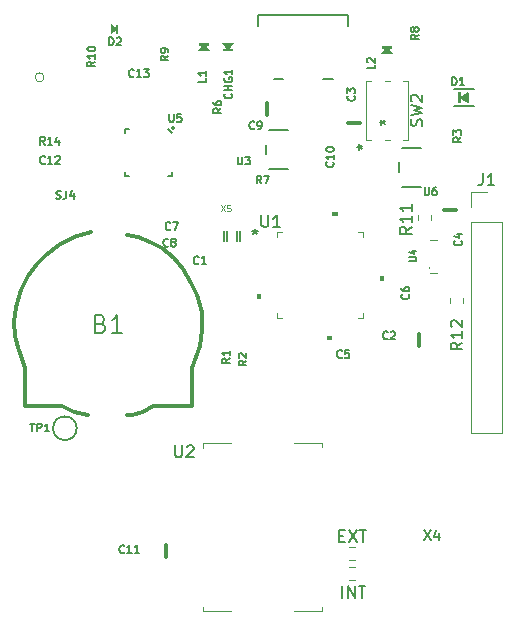
<source format=gbr>
%TF.GenerationSoftware,KiCad,Pcbnew,(6.0.1)*%
%TF.CreationDate,2022-01-27T18:06:15-06:00*%
%TF.ProjectId,dropkick,64726f70-6b69-4636-9b2e-6b696361645f,rev?*%
%TF.SameCoordinates,Original*%
%TF.FileFunction,Legend,Top*%
%TF.FilePolarity,Positive*%
%FSLAX46Y46*%
G04 Gerber Fmt 4.6, Leading zero omitted, Abs format (unit mm)*
G04 Created by KiCad (PCBNEW (6.0.1)) date 2022-01-27 18:06:15*
%MOMM*%
%LPD*%
G01*
G04 APERTURE LIST*
%ADD10C,0.200000*%
%ADD11C,0.146304*%
%ADD12C,0.150000*%
%ADD13C,0.100000*%
%ADD14C,0.182880*%
%ADD15C,0.120000*%
%ADD16C,0.304800*%
%ADD17C,0.203200*%
%ADD18C,0.127000*%
G04 APERTURE END LIST*
D10*
X93495238Y-93852380D02*
X93495238Y-92852380D01*
X93971428Y-93852380D02*
X93971428Y-92852380D01*
X94542857Y-93852380D01*
X94542857Y-92852380D01*
X94876190Y-92852380D02*
X95447619Y-92852380D01*
X95161904Y-93852380D02*
X95161904Y-92852380D01*
X93228571Y-88628571D02*
X93561904Y-88628571D01*
X93704761Y-89152380D02*
X93228571Y-89152380D01*
X93228571Y-88152380D01*
X93704761Y-88152380D01*
X94038095Y-88152380D02*
X94704761Y-89152380D01*
X94704761Y-88152380D02*
X94038095Y-89152380D01*
X94942857Y-88152380D02*
X95514285Y-88152380D01*
X95228571Y-89152380D02*
X95228571Y-88152380D01*
D11*
%TO.C,C12*%
X68308434Y-57054786D02*
X68276696Y-57086524D01*
X68181482Y-57118262D01*
X68118007Y-57118262D01*
X68022793Y-57086524D01*
X67959317Y-57023048D01*
X67927579Y-56959572D01*
X67895841Y-56832620D01*
X67895841Y-56737407D01*
X67927579Y-56610455D01*
X67959317Y-56546979D01*
X68022793Y-56483504D01*
X68118007Y-56451766D01*
X68181482Y-56451766D01*
X68276696Y-56483504D01*
X68308434Y-56515241D01*
X68943192Y-57118262D02*
X68562337Y-57118262D01*
X68752765Y-57118262D02*
X68752765Y-56451766D01*
X68689289Y-56546979D01*
X68625813Y-56610455D01*
X68562337Y-56642193D01*
X69197095Y-56515241D02*
X69228833Y-56483504D01*
X69292309Y-56451766D01*
X69450999Y-56451766D01*
X69514474Y-56483504D01*
X69546212Y-56515241D01*
X69577950Y-56578717D01*
X69577950Y-56642193D01*
X69546212Y-56737407D01*
X69165358Y-57118262D01*
X69577950Y-57118262D01*
%TO.C,CHG1*%
X84104786Y-51165358D02*
X84136524Y-51197095D01*
X84168262Y-51292309D01*
X84168262Y-51355785D01*
X84136524Y-51450999D01*
X84073048Y-51514474D01*
X84009572Y-51546212D01*
X83882620Y-51577950D01*
X83787407Y-51577950D01*
X83660455Y-51546212D01*
X83596979Y-51514474D01*
X83533504Y-51450999D01*
X83501766Y-51355785D01*
X83501766Y-51292309D01*
X83533504Y-51197095D01*
X83565241Y-51165358D01*
X84168262Y-50879716D02*
X83501766Y-50879716D01*
X83819145Y-50879716D02*
X83819145Y-50498862D01*
X84168262Y-50498862D02*
X83501766Y-50498862D01*
X83533504Y-49832366D02*
X83501766Y-49895841D01*
X83501766Y-49991055D01*
X83533504Y-50086269D01*
X83596979Y-50149745D01*
X83660455Y-50181482D01*
X83787407Y-50213220D01*
X83882620Y-50213220D01*
X84009572Y-50181482D01*
X84073048Y-50149745D01*
X84136524Y-50086269D01*
X84168262Y-49991055D01*
X84168262Y-49927579D01*
X84136524Y-49832366D01*
X84104786Y-49800628D01*
X83882620Y-49800628D01*
X83882620Y-49927579D01*
X84168262Y-49165870D02*
X84168262Y-49546724D01*
X84168262Y-49356297D02*
X83501766Y-49356297D01*
X83596979Y-49419773D01*
X83660455Y-49483249D01*
X83692193Y-49546724D01*
%TO.C,R2*%
X85372562Y-73779358D02*
X85055183Y-74001523D01*
X85372562Y-74160212D02*
X84706066Y-74160212D01*
X84706066Y-73906309D01*
X84737804Y-73842833D01*
X84769541Y-73811095D01*
X84833017Y-73779358D01*
X84928231Y-73779358D01*
X84991707Y-73811095D01*
X85023445Y-73842833D01*
X85055183Y-73906309D01*
X85055183Y-74160212D01*
X84769541Y-73525454D02*
X84737804Y-73493716D01*
X84706066Y-73430241D01*
X84706066Y-73271551D01*
X84737804Y-73208075D01*
X84769541Y-73176337D01*
X84833017Y-73144599D01*
X84896493Y-73144599D01*
X84991707Y-73176337D01*
X85372562Y-73557192D01*
X85372562Y-73144599D01*
D12*
%TO.C,SW2*%
X100226761Y-53911333D02*
X100274380Y-53768476D01*
X100274380Y-53530380D01*
X100226761Y-53435142D01*
X100179142Y-53387523D01*
X100083904Y-53339904D01*
X99988666Y-53339904D01*
X99893428Y-53387523D01*
X99845809Y-53435142D01*
X99798190Y-53530380D01*
X99750571Y-53720857D01*
X99702952Y-53816095D01*
X99655333Y-53863714D01*
X99560095Y-53911333D01*
X99464857Y-53911333D01*
X99369619Y-53863714D01*
X99322000Y-53816095D01*
X99274380Y-53720857D01*
X99274380Y-53482761D01*
X99322000Y-53339904D01*
X99274380Y-53006571D02*
X100274380Y-52768476D01*
X99560095Y-52578000D01*
X100274380Y-52387523D01*
X99274380Y-52149428D01*
X99369619Y-51816095D02*
X99322000Y-51768476D01*
X99274380Y-51673238D01*
X99274380Y-51435142D01*
X99322000Y-51339904D01*
X99369619Y-51292285D01*
X99464857Y-51244666D01*
X99560095Y-51244666D01*
X99702952Y-51292285D01*
X100274380Y-51863714D01*
X100274380Y-51244666D01*
X96652380Y-53600000D02*
X96890476Y-53600000D01*
X96795238Y-53838095D02*
X96890476Y-53600000D01*
X96795238Y-53361904D01*
X97080952Y-53742857D02*
X96890476Y-53600000D01*
X97080952Y-53457142D01*
X94753380Y-55707500D02*
X94991476Y-55707500D01*
X94896238Y-55945595D02*
X94991476Y-55707500D01*
X94896238Y-55469404D01*
X95181952Y-55850357D02*
X94991476Y-55707500D01*
X95181952Y-55564642D01*
D11*
%TO.C,C2*%
X97334641Y-71904786D02*
X97302904Y-71936524D01*
X97207690Y-71968262D01*
X97144214Y-71968262D01*
X97049000Y-71936524D01*
X96985525Y-71873048D01*
X96953787Y-71809572D01*
X96922049Y-71682620D01*
X96922049Y-71587407D01*
X96953787Y-71460455D01*
X96985525Y-71396979D01*
X97049000Y-71333504D01*
X97144214Y-71301766D01*
X97207690Y-71301766D01*
X97302904Y-71333504D01*
X97334641Y-71365241D01*
X97588545Y-71365241D02*
X97620283Y-71333504D01*
X97683758Y-71301766D01*
X97842448Y-71301766D01*
X97905924Y-71333504D01*
X97937662Y-71365241D01*
X97969400Y-71428717D01*
X97969400Y-71492193D01*
X97937662Y-71587407D01*
X97556807Y-71968262D01*
X97969400Y-71968262D01*
%TO.C,C7*%
X78936941Y-62650786D02*
X78905204Y-62682524D01*
X78809990Y-62714262D01*
X78746514Y-62714262D01*
X78651300Y-62682524D01*
X78587825Y-62619048D01*
X78556087Y-62555572D01*
X78524349Y-62428620D01*
X78524349Y-62333407D01*
X78556087Y-62206455D01*
X78587825Y-62142979D01*
X78651300Y-62079504D01*
X78746514Y-62047766D01*
X78809990Y-62047766D01*
X78905204Y-62079504D01*
X78936941Y-62111241D01*
X79159107Y-62047766D02*
X79603437Y-62047766D01*
X79317796Y-62714262D01*
D12*
%TO.C,R11*%
X99352380Y-62442857D02*
X98876190Y-62776190D01*
X99352380Y-63014285D02*
X98352380Y-63014285D01*
X98352380Y-62633333D01*
X98400000Y-62538095D01*
X98447619Y-62490476D01*
X98542857Y-62442857D01*
X98685714Y-62442857D01*
X98780952Y-62490476D01*
X98828571Y-62538095D01*
X98876190Y-62633333D01*
X98876190Y-63014285D01*
X99352380Y-61490476D02*
X99352380Y-62061904D01*
X99352380Y-61776190D02*
X98352380Y-61776190D01*
X98495238Y-61871428D01*
X98590476Y-61966666D01*
X98638095Y-62061904D01*
X99352380Y-60538095D02*
X99352380Y-61109523D01*
X99352380Y-60823809D02*
X98352380Y-60823809D01*
X98495238Y-60919047D01*
X98590476Y-61014285D01*
X98638095Y-61109523D01*
D11*
%TO.C,C10*%
X92704786Y-56965358D02*
X92736524Y-56997095D01*
X92768262Y-57092309D01*
X92768262Y-57155785D01*
X92736524Y-57250999D01*
X92673048Y-57314474D01*
X92609572Y-57346212D01*
X92482620Y-57377950D01*
X92387407Y-57377950D01*
X92260455Y-57346212D01*
X92196979Y-57314474D01*
X92133504Y-57250999D01*
X92101766Y-57155785D01*
X92101766Y-57092309D01*
X92133504Y-56997095D01*
X92165241Y-56965358D01*
X92768262Y-56330599D02*
X92768262Y-56711454D01*
X92768262Y-56521027D02*
X92101766Y-56521027D01*
X92196979Y-56584503D01*
X92260455Y-56647978D01*
X92292193Y-56711454D01*
X92101766Y-55918007D02*
X92101766Y-55854531D01*
X92133504Y-55791055D01*
X92165241Y-55759317D01*
X92228717Y-55727579D01*
X92355669Y-55695841D01*
X92514358Y-55695841D01*
X92641310Y-55727579D01*
X92704786Y-55759317D01*
X92736524Y-55791055D01*
X92768262Y-55854531D01*
X92768262Y-55918007D01*
X92736524Y-55981482D01*
X92704786Y-56013220D01*
X92641310Y-56044958D01*
X92514358Y-56076696D01*
X92355669Y-56076696D01*
X92228717Y-56044958D01*
X92165241Y-56013220D01*
X92133504Y-55981482D01*
X92101766Y-55918007D01*
%TO.C,C8*%
X78736941Y-64050786D02*
X78705204Y-64082524D01*
X78609990Y-64114262D01*
X78546514Y-64114262D01*
X78451300Y-64082524D01*
X78387825Y-64019048D01*
X78356087Y-63955572D01*
X78324349Y-63828620D01*
X78324349Y-63733407D01*
X78356087Y-63606455D01*
X78387825Y-63542979D01*
X78451300Y-63479504D01*
X78546514Y-63447766D01*
X78609990Y-63447766D01*
X78705204Y-63479504D01*
X78736941Y-63511241D01*
X79117796Y-63733407D02*
X79054321Y-63701669D01*
X79022583Y-63669931D01*
X78990845Y-63606455D01*
X78990845Y-63574717D01*
X79022583Y-63511241D01*
X79054321Y-63479504D01*
X79117796Y-63447766D01*
X79244748Y-63447766D01*
X79308224Y-63479504D01*
X79339962Y-63511241D01*
X79371700Y-63574717D01*
X79371700Y-63606455D01*
X79339962Y-63669931D01*
X79308224Y-63701669D01*
X79244748Y-63733407D01*
X79117796Y-63733407D01*
X79054321Y-63765145D01*
X79022583Y-63796883D01*
X78990845Y-63860358D01*
X78990845Y-63987310D01*
X79022583Y-64050786D01*
X79054321Y-64082524D01*
X79117796Y-64114262D01*
X79244748Y-64114262D01*
X79308224Y-64082524D01*
X79339962Y-64050786D01*
X79371700Y-63987310D01*
X79371700Y-63860358D01*
X79339962Y-63796883D01*
X79308224Y-63765145D01*
X79244748Y-63733407D01*
%TO.C,L2*%
X96234262Y-48704833D02*
X96234262Y-49022212D01*
X95567766Y-49022212D01*
X95631241Y-48514406D02*
X95599504Y-48482668D01*
X95567766Y-48419192D01*
X95567766Y-48260503D01*
X95599504Y-48197027D01*
X95631241Y-48165289D01*
X95694717Y-48133551D01*
X95758193Y-48133551D01*
X95853407Y-48165289D01*
X96234262Y-48546144D01*
X96234262Y-48133551D01*
D12*
%TO.C,R12*%
X103652380Y-72242857D02*
X103176190Y-72576190D01*
X103652380Y-72814285D02*
X102652380Y-72814285D01*
X102652380Y-72433333D01*
X102700000Y-72338095D01*
X102747619Y-72290476D01*
X102842857Y-72242857D01*
X102985714Y-72242857D01*
X103080952Y-72290476D01*
X103128571Y-72338095D01*
X103176190Y-72433333D01*
X103176190Y-72814285D01*
X103652380Y-71290476D02*
X103652380Y-71861904D01*
X103652380Y-71576190D02*
X102652380Y-71576190D01*
X102795238Y-71671428D01*
X102890476Y-71766666D01*
X102938095Y-71861904D01*
X102747619Y-70909523D02*
X102700000Y-70861904D01*
X102652380Y-70766666D01*
X102652380Y-70528571D01*
X102700000Y-70433333D01*
X102747619Y-70385714D01*
X102842857Y-70338095D01*
X102938095Y-70338095D01*
X103080952Y-70385714D01*
X103652380Y-70957142D01*
X103652380Y-70338095D01*
D11*
%TO.C,R7*%
X86634641Y-58768262D02*
X86412476Y-58450883D01*
X86253787Y-58768262D02*
X86253787Y-58101766D01*
X86507690Y-58101766D01*
X86571166Y-58133504D01*
X86602904Y-58165241D01*
X86634641Y-58228717D01*
X86634641Y-58323931D01*
X86602904Y-58387407D01*
X86571166Y-58419145D01*
X86507690Y-58450883D01*
X86253787Y-58450883D01*
X86856807Y-58101766D02*
X87301137Y-58101766D01*
X87015496Y-58768262D01*
%TO.C,C4*%
X103554786Y-63615358D02*
X103586524Y-63647095D01*
X103618262Y-63742309D01*
X103618262Y-63805785D01*
X103586524Y-63900999D01*
X103523048Y-63964474D01*
X103459572Y-63996212D01*
X103332620Y-64027950D01*
X103237407Y-64027950D01*
X103110455Y-63996212D01*
X103046979Y-63964474D01*
X102983504Y-63900999D01*
X102951766Y-63805785D01*
X102951766Y-63742309D01*
X102983504Y-63647095D01*
X103015241Y-63615358D01*
X103173931Y-63044075D02*
X103618262Y-63044075D01*
X102920028Y-63202765D02*
X103396096Y-63361454D01*
X103396096Y-62948862D01*
D12*
%TO.C,U2*%
X79338095Y-80952380D02*
X79338095Y-81761904D01*
X79385714Y-81857142D01*
X79433333Y-81904761D01*
X79528571Y-81952380D01*
X79719047Y-81952380D01*
X79814285Y-81904761D01*
X79861904Y-81857142D01*
X79909523Y-81761904D01*
X79909523Y-80952380D01*
X80338095Y-81047619D02*
X80385714Y-81000000D01*
X80480952Y-80952380D01*
X80719047Y-80952380D01*
X80814285Y-81000000D01*
X80861904Y-81047619D01*
X80909523Y-81142857D01*
X80909523Y-81238095D01*
X80861904Y-81380952D01*
X80290476Y-81952380D01*
X80909523Y-81952380D01*
D11*
%TO.C,TP1*%
X67058573Y-79101766D02*
X67439428Y-79101766D01*
X67249000Y-79768262D02*
X67249000Y-79101766D01*
X67661593Y-79768262D02*
X67661593Y-79101766D01*
X67915496Y-79101766D01*
X67978972Y-79133504D01*
X68010710Y-79165241D01*
X68042448Y-79228717D01*
X68042448Y-79323931D01*
X68010710Y-79387407D01*
X67978972Y-79419145D01*
X67915496Y-79450883D01*
X67661593Y-79450883D01*
X68677206Y-79768262D02*
X68296351Y-79768262D01*
X68486779Y-79768262D02*
X68486779Y-79101766D01*
X68423303Y-79196979D01*
X68359827Y-79260455D01*
X68296351Y-79292193D01*
%TO.C,R8*%
X99968262Y-46165358D02*
X99650883Y-46387523D01*
X99968262Y-46546212D02*
X99301766Y-46546212D01*
X99301766Y-46292309D01*
X99333504Y-46228833D01*
X99365241Y-46197095D01*
X99428717Y-46165358D01*
X99523931Y-46165358D01*
X99587407Y-46197095D01*
X99619145Y-46228833D01*
X99650883Y-46292309D01*
X99650883Y-46546212D01*
X99587407Y-45784503D02*
X99555669Y-45847978D01*
X99523931Y-45879716D01*
X99460455Y-45911454D01*
X99428717Y-45911454D01*
X99365241Y-45879716D01*
X99333504Y-45847978D01*
X99301766Y-45784503D01*
X99301766Y-45657551D01*
X99333504Y-45594075D01*
X99365241Y-45562337D01*
X99428717Y-45530599D01*
X99460455Y-45530599D01*
X99523931Y-45562337D01*
X99555669Y-45594075D01*
X99587407Y-45657551D01*
X99587407Y-45784503D01*
X99619145Y-45847978D01*
X99650883Y-45879716D01*
X99714358Y-45911454D01*
X99841310Y-45911454D01*
X99904786Y-45879716D01*
X99936524Y-45847978D01*
X99968262Y-45784503D01*
X99968262Y-45657551D01*
X99936524Y-45594075D01*
X99904786Y-45562337D01*
X99841310Y-45530599D01*
X99714358Y-45530599D01*
X99650883Y-45562337D01*
X99619145Y-45594075D01*
X99587407Y-45657551D01*
%TO.C,C5*%
X93462641Y-73481786D02*
X93430904Y-73513524D01*
X93335690Y-73545262D01*
X93272214Y-73545262D01*
X93177000Y-73513524D01*
X93113525Y-73450048D01*
X93081787Y-73386572D01*
X93050049Y-73259620D01*
X93050049Y-73164407D01*
X93081787Y-73037455D01*
X93113525Y-72973979D01*
X93177000Y-72910504D01*
X93272214Y-72878766D01*
X93335690Y-72878766D01*
X93430904Y-72910504D01*
X93462641Y-72942241D01*
X94065662Y-72878766D02*
X93748283Y-72878766D01*
X93716545Y-73196145D01*
X93748283Y-73164407D01*
X93811758Y-73132669D01*
X93970448Y-73132669D01*
X94033924Y-73164407D01*
X94065662Y-73196145D01*
X94097400Y-73259620D01*
X94097400Y-73418310D01*
X94065662Y-73481786D01*
X94033924Y-73513524D01*
X93970448Y-73545262D01*
X93811758Y-73545262D01*
X93748283Y-73513524D01*
X93716545Y-73481786D01*
%TO.C,R1*%
X83972562Y-73579358D02*
X83655183Y-73801523D01*
X83972562Y-73960212D02*
X83306066Y-73960212D01*
X83306066Y-73706309D01*
X83337804Y-73642833D01*
X83369541Y-73611095D01*
X83433017Y-73579358D01*
X83528231Y-73579358D01*
X83591707Y-73611095D01*
X83623445Y-73642833D01*
X83655183Y-73706309D01*
X83655183Y-73960212D01*
X83972562Y-72944599D02*
X83972562Y-73325454D01*
X83972562Y-73135027D02*
X83306066Y-73135027D01*
X83401279Y-73198503D01*
X83464755Y-73261978D01*
X83496493Y-73325454D01*
D13*
%TO.C,X5*%
X83238728Y-60622190D02*
X83572061Y-61122190D01*
X83572061Y-60622190D02*
X83238728Y-61122190D01*
X84000633Y-60622190D02*
X83762538Y-60622190D01*
X83738728Y-60860285D01*
X83762538Y-60836476D01*
X83810157Y-60812666D01*
X83929204Y-60812666D01*
X83976823Y-60836476D01*
X84000633Y-60860285D01*
X84024442Y-60907904D01*
X84024442Y-61026952D01*
X84000633Y-61074571D01*
X83976823Y-61098380D01*
X83929204Y-61122190D01*
X83810157Y-61122190D01*
X83762538Y-61098380D01*
X83738728Y-61074571D01*
D11*
%TO.C,R10*%
X72568262Y-48465358D02*
X72250883Y-48687523D01*
X72568262Y-48846212D02*
X71901766Y-48846212D01*
X71901766Y-48592309D01*
X71933504Y-48528833D01*
X71965241Y-48497095D01*
X72028717Y-48465358D01*
X72123931Y-48465358D01*
X72187407Y-48497095D01*
X72219145Y-48528833D01*
X72250883Y-48592309D01*
X72250883Y-48846212D01*
X72568262Y-47830599D02*
X72568262Y-48211454D01*
X72568262Y-48021027D02*
X71901766Y-48021027D01*
X71996979Y-48084503D01*
X72060455Y-48147978D01*
X72092193Y-48211454D01*
X71901766Y-47418007D02*
X71901766Y-47354531D01*
X71933504Y-47291055D01*
X71965241Y-47259317D01*
X72028717Y-47227579D01*
X72155669Y-47195841D01*
X72314358Y-47195841D01*
X72441310Y-47227579D01*
X72504786Y-47259317D01*
X72536524Y-47291055D01*
X72568262Y-47354531D01*
X72568262Y-47418007D01*
X72536524Y-47481482D01*
X72504786Y-47513220D01*
X72441310Y-47544958D01*
X72314358Y-47576696D01*
X72155669Y-47576696D01*
X72028717Y-47544958D01*
X71965241Y-47513220D01*
X71933504Y-47481482D01*
X71901766Y-47418007D01*
%TO.C,U6*%
X100453787Y-59101766D02*
X100453787Y-59641310D01*
X100485525Y-59704786D01*
X100517262Y-59736524D01*
X100580738Y-59768262D01*
X100707690Y-59768262D01*
X100771166Y-59736524D01*
X100802904Y-59704786D01*
X100834641Y-59641310D01*
X100834641Y-59101766D01*
X101437662Y-59101766D02*
X101310710Y-59101766D01*
X101247234Y-59133504D01*
X101215496Y-59165241D01*
X101152021Y-59260455D01*
X101120283Y-59387407D01*
X101120283Y-59641310D01*
X101152021Y-59704786D01*
X101183758Y-59736524D01*
X101247234Y-59768262D01*
X101374186Y-59768262D01*
X101437662Y-59736524D01*
X101469400Y-59704786D01*
X101501137Y-59641310D01*
X101501137Y-59482620D01*
X101469400Y-59419145D01*
X101437662Y-59387407D01*
X101374186Y-59355669D01*
X101247234Y-59355669D01*
X101183758Y-59387407D01*
X101152021Y-59419145D01*
X101120283Y-59482620D01*
%TO.C,C3*%
X94519786Y-51365358D02*
X94551524Y-51397095D01*
X94583262Y-51492309D01*
X94583262Y-51555785D01*
X94551524Y-51650999D01*
X94488048Y-51714474D01*
X94424572Y-51746212D01*
X94297620Y-51777950D01*
X94202407Y-51777950D01*
X94075455Y-51746212D01*
X94011979Y-51714474D01*
X93948504Y-51650999D01*
X93916766Y-51555785D01*
X93916766Y-51492309D01*
X93948504Y-51397095D01*
X93980241Y-51365358D01*
X93916766Y-51143192D02*
X93916766Y-50730599D01*
X94170669Y-50952765D01*
X94170669Y-50857551D01*
X94202407Y-50794075D01*
X94234145Y-50762337D01*
X94297620Y-50730599D01*
X94456310Y-50730599D01*
X94519786Y-50762337D01*
X94551524Y-50794075D01*
X94583262Y-50857551D01*
X94583262Y-51047978D01*
X94551524Y-51111454D01*
X94519786Y-51143192D01*
D14*
%TO.C,X4*%
X100413249Y-88127207D02*
X100968663Y-88960327D01*
X100968663Y-88127207D02*
X100413249Y-88960327D01*
X101643093Y-88404914D02*
X101643093Y-88960327D01*
X101444731Y-88087535D02*
X101246369Y-88682620D01*
X101762110Y-88682620D01*
D11*
%TO.C,C13*%
X75834641Y-49704786D02*
X75802904Y-49736524D01*
X75707690Y-49768262D01*
X75644214Y-49768262D01*
X75549000Y-49736524D01*
X75485525Y-49673048D01*
X75453787Y-49609572D01*
X75422049Y-49482620D01*
X75422049Y-49387407D01*
X75453787Y-49260455D01*
X75485525Y-49196979D01*
X75549000Y-49133504D01*
X75644214Y-49101766D01*
X75707690Y-49101766D01*
X75802904Y-49133504D01*
X75834641Y-49165241D01*
X76469400Y-49768262D02*
X76088545Y-49768262D01*
X76278972Y-49768262D02*
X76278972Y-49101766D01*
X76215496Y-49196979D01*
X76152021Y-49260455D01*
X76088545Y-49292193D01*
X76691565Y-49101766D02*
X77104158Y-49101766D01*
X76881992Y-49355669D01*
X76977206Y-49355669D01*
X77040682Y-49387407D01*
X77072420Y-49419145D01*
X77104158Y-49482620D01*
X77104158Y-49641310D01*
X77072420Y-49704786D01*
X77040682Y-49736524D01*
X76977206Y-49768262D01*
X76786779Y-49768262D01*
X76723303Y-49736524D01*
X76691565Y-49704786D01*
%TO.C,C9*%
X86034641Y-54104786D02*
X86002904Y-54136524D01*
X85907690Y-54168262D01*
X85844214Y-54168262D01*
X85749000Y-54136524D01*
X85685525Y-54073048D01*
X85653787Y-54009572D01*
X85622049Y-53882620D01*
X85622049Y-53787407D01*
X85653787Y-53660455D01*
X85685525Y-53596979D01*
X85749000Y-53533504D01*
X85844214Y-53501766D01*
X85907690Y-53501766D01*
X86002904Y-53533504D01*
X86034641Y-53565241D01*
X86352021Y-54168262D02*
X86478972Y-54168262D01*
X86542448Y-54136524D01*
X86574186Y-54104786D01*
X86637662Y-54009572D01*
X86669400Y-53882620D01*
X86669400Y-53628717D01*
X86637662Y-53565241D01*
X86605924Y-53533504D01*
X86542448Y-53501766D01*
X86415496Y-53501766D01*
X86352021Y-53533504D01*
X86320283Y-53565241D01*
X86288545Y-53628717D01*
X86288545Y-53787407D01*
X86320283Y-53850883D01*
X86352021Y-53882620D01*
X86415496Y-53914358D01*
X86542448Y-53914358D01*
X86605924Y-53882620D01*
X86637662Y-53850883D01*
X86669400Y-53787407D01*
%TO.C,D2*%
X73753787Y-47068262D02*
X73753787Y-46401766D01*
X73912476Y-46401766D01*
X74007690Y-46433504D01*
X74071166Y-46496979D01*
X74102904Y-46560455D01*
X74134641Y-46687407D01*
X74134641Y-46782620D01*
X74102904Y-46909572D01*
X74071166Y-46973048D01*
X74007690Y-47036524D01*
X73912476Y-47068262D01*
X73753787Y-47068262D01*
X74388545Y-46465241D02*
X74420283Y-46433504D01*
X74483758Y-46401766D01*
X74642448Y-46401766D01*
X74705924Y-46433504D01*
X74737662Y-46465241D01*
X74769400Y-46528717D01*
X74769400Y-46592193D01*
X74737662Y-46687407D01*
X74356807Y-47068262D01*
X74769400Y-47068262D01*
%TO.C,R6*%
X83248262Y-52409358D02*
X82930883Y-52631523D01*
X83248262Y-52790212D02*
X82581766Y-52790212D01*
X82581766Y-52536309D01*
X82613504Y-52472833D01*
X82645241Y-52441095D01*
X82708717Y-52409358D01*
X82803931Y-52409358D01*
X82867407Y-52441095D01*
X82899145Y-52472833D01*
X82930883Y-52536309D01*
X82930883Y-52790212D01*
X82581766Y-51838075D02*
X82581766Y-51965027D01*
X82613504Y-52028503D01*
X82645241Y-52060241D01*
X82740455Y-52123716D01*
X82867407Y-52155454D01*
X83121310Y-52155454D01*
X83184786Y-52123716D01*
X83216524Y-52091978D01*
X83248262Y-52028503D01*
X83248262Y-51901551D01*
X83216524Y-51838075D01*
X83184786Y-51806337D01*
X83121310Y-51774599D01*
X82962620Y-51774599D01*
X82899145Y-51806337D01*
X82867407Y-51838075D01*
X82835669Y-51901551D01*
X82835669Y-52028503D01*
X82867407Y-52091978D01*
X82899145Y-52123716D01*
X82962620Y-52155454D01*
%TO.C,C1*%
X81314941Y-65536786D02*
X81283204Y-65568524D01*
X81187990Y-65600262D01*
X81124514Y-65600262D01*
X81029300Y-65568524D01*
X80965825Y-65505048D01*
X80934087Y-65441572D01*
X80902349Y-65314620D01*
X80902349Y-65219407D01*
X80934087Y-65092455D01*
X80965825Y-65028979D01*
X81029300Y-64965504D01*
X81124514Y-64933766D01*
X81187990Y-64933766D01*
X81283204Y-64965504D01*
X81314941Y-64997241D01*
X81949700Y-65600262D02*
X81568845Y-65600262D01*
X81759272Y-65600262D02*
X81759272Y-64933766D01*
X81695796Y-65028979D01*
X81632321Y-65092455D01*
X81568845Y-65124193D01*
%TO.C,D1*%
X102783787Y-50452262D02*
X102783787Y-49785766D01*
X102942476Y-49785766D01*
X103037690Y-49817504D01*
X103101166Y-49880979D01*
X103132904Y-49944455D01*
X103164641Y-50071407D01*
X103164641Y-50166620D01*
X103132904Y-50293572D01*
X103101166Y-50357048D01*
X103037690Y-50420524D01*
X102942476Y-50452262D01*
X102783787Y-50452262D01*
X103799400Y-50452262D02*
X103418545Y-50452262D01*
X103608972Y-50452262D02*
X103608972Y-49785766D01*
X103545496Y-49880979D01*
X103482021Y-49944455D01*
X103418545Y-49976193D01*
%TO.C,R9*%
X78768262Y-47965358D02*
X78450883Y-48187523D01*
X78768262Y-48346212D02*
X78101766Y-48346212D01*
X78101766Y-48092309D01*
X78133504Y-48028833D01*
X78165241Y-47997095D01*
X78228717Y-47965358D01*
X78323931Y-47965358D01*
X78387407Y-47997095D01*
X78419145Y-48028833D01*
X78450883Y-48092309D01*
X78450883Y-48346212D01*
X78768262Y-47647978D02*
X78768262Y-47521027D01*
X78736524Y-47457551D01*
X78704786Y-47425813D01*
X78609572Y-47362337D01*
X78482620Y-47330599D01*
X78228717Y-47330599D01*
X78165241Y-47362337D01*
X78133504Y-47394075D01*
X78101766Y-47457551D01*
X78101766Y-47584503D01*
X78133504Y-47647978D01*
X78165241Y-47679716D01*
X78228717Y-47711454D01*
X78387407Y-47711454D01*
X78450883Y-47679716D01*
X78482620Y-47647978D01*
X78514358Y-47584503D01*
X78514358Y-47457551D01*
X78482620Y-47394075D01*
X78450883Y-47362337D01*
X78387407Y-47330599D01*
%TO.C,C11*%
X75008434Y-90004786D02*
X74976696Y-90036524D01*
X74881482Y-90068262D01*
X74818007Y-90068262D01*
X74722793Y-90036524D01*
X74659317Y-89973048D01*
X74627579Y-89909572D01*
X74595841Y-89782620D01*
X74595841Y-89687407D01*
X74627579Y-89560455D01*
X74659317Y-89496979D01*
X74722793Y-89433504D01*
X74818007Y-89401766D01*
X74881482Y-89401766D01*
X74976696Y-89433504D01*
X75008434Y-89465241D01*
X75643192Y-90068262D02*
X75262337Y-90068262D01*
X75452765Y-90068262D02*
X75452765Y-89401766D01*
X75389289Y-89496979D01*
X75325813Y-89560455D01*
X75262337Y-89592193D01*
X76277950Y-90068262D02*
X75897095Y-90068262D01*
X76087523Y-90068262D02*
X76087523Y-89401766D01*
X76024047Y-89496979D01*
X75960571Y-89560455D01*
X75897095Y-89592193D01*
D10*
%TO.C,B1*%
X73049142Y-70646857D02*
X73263428Y-70718285D01*
X73334857Y-70789714D01*
X73406285Y-70932571D01*
X73406285Y-71146857D01*
X73334857Y-71289714D01*
X73263428Y-71361142D01*
X73120571Y-71432571D01*
X72549142Y-71432571D01*
X72549142Y-69932571D01*
X73049142Y-69932571D01*
X73192000Y-70004000D01*
X73263428Y-70075428D01*
X73334857Y-70218285D01*
X73334857Y-70361142D01*
X73263428Y-70504000D01*
X73192000Y-70575428D01*
X73049142Y-70646857D01*
X72549142Y-70646857D01*
X74834857Y-71432571D02*
X73977714Y-71432571D01*
X74406285Y-71432571D02*
X74406285Y-69932571D01*
X74263428Y-70146857D01*
X74120571Y-70289714D01*
X73977714Y-70361142D01*
D11*
%TO.C,U5*%
X78830599Y-52901766D02*
X78830599Y-53441310D01*
X78862337Y-53504786D01*
X78894075Y-53536524D01*
X78957551Y-53568262D01*
X79084503Y-53568262D01*
X79147978Y-53536524D01*
X79179716Y-53504786D01*
X79211454Y-53441310D01*
X79211454Y-52901766D01*
X79846212Y-52901766D02*
X79528833Y-52901766D01*
X79497095Y-53219145D01*
X79528833Y-53187407D01*
X79592309Y-53155669D01*
X79750999Y-53155669D01*
X79814474Y-53187407D01*
X79846212Y-53219145D01*
X79877950Y-53282620D01*
X79877950Y-53441310D01*
X79846212Y-53504786D01*
X79814474Y-53536524D01*
X79750999Y-53568262D01*
X79592309Y-53568262D01*
X79528833Y-53536524D01*
X79497095Y-53504786D01*
%TO.C,R14*%
X68308434Y-55518262D02*
X68086269Y-55200883D01*
X67927579Y-55518262D02*
X67927579Y-54851766D01*
X68181482Y-54851766D01*
X68244958Y-54883504D01*
X68276696Y-54915241D01*
X68308434Y-54978717D01*
X68308434Y-55073931D01*
X68276696Y-55137407D01*
X68244958Y-55169145D01*
X68181482Y-55200883D01*
X67927579Y-55200883D01*
X68943192Y-55518262D02*
X68562337Y-55518262D01*
X68752765Y-55518262D02*
X68752765Y-54851766D01*
X68689289Y-54946979D01*
X68625813Y-55010455D01*
X68562337Y-55042193D01*
X69514474Y-55073931D02*
X69514474Y-55518262D01*
X69355785Y-54820028D02*
X69197095Y-55296096D01*
X69609688Y-55296096D01*
D12*
%TO.C,U1*%
X86642395Y-61466380D02*
X86642395Y-62275904D01*
X86690014Y-62371142D01*
X86737633Y-62418761D01*
X86832871Y-62466380D01*
X87023347Y-62466380D01*
X87118585Y-62418761D01*
X87166204Y-62371142D01*
X87213823Y-62275904D01*
X87213823Y-61466380D01*
X88213823Y-62466380D02*
X87642395Y-62466380D01*
X87928109Y-62466380D02*
X87928109Y-61466380D01*
X87832871Y-61609238D01*
X87737633Y-61704476D01*
X87642395Y-61752095D01*
X86113600Y-62621380D02*
X86113600Y-62859476D01*
X85875504Y-62764238D02*
X86113600Y-62859476D01*
X86351695Y-62764238D01*
X85970742Y-63049952D02*
X86113600Y-62859476D01*
X86256457Y-63049952D01*
D11*
%TO.C,L1*%
X81968262Y-49828833D02*
X81968262Y-50146212D01*
X81301766Y-50146212D01*
X81968262Y-49257551D02*
X81968262Y-49638406D01*
X81968262Y-49447978D02*
X81301766Y-49447978D01*
X81396979Y-49511454D01*
X81460455Y-49574930D01*
X81492193Y-49638406D01*
%TO.C,R3*%
X103568262Y-54858358D02*
X103250883Y-55080523D01*
X103568262Y-55239212D02*
X102901766Y-55239212D01*
X102901766Y-54985309D01*
X102933504Y-54921833D01*
X102965241Y-54890095D01*
X103028717Y-54858358D01*
X103123931Y-54858358D01*
X103187407Y-54890095D01*
X103219145Y-54921833D01*
X103250883Y-54985309D01*
X103250883Y-55239212D01*
X102901766Y-54636192D02*
X102901766Y-54223599D01*
X103155669Y-54445765D01*
X103155669Y-54350551D01*
X103187407Y-54287075D01*
X103219145Y-54255337D01*
X103282620Y-54223599D01*
X103441310Y-54223599D01*
X103504786Y-54255337D01*
X103536524Y-54287075D01*
X103568262Y-54350551D01*
X103568262Y-54540978D01*
X103536524Y-54604454D01*
X103504786Y-54636192D01*
D12*
%TO.C,J1*%
X105366666Y-57922380D02*
X105366666Y-58636666D01*
X105319047Y-58779523D01*
X105223809Y-58874761D01*
X105080952Y-58922380D01*
X104985714Y-58922380D01*
X106366666Y-58922380D02*
X105795238Y-58922380D01*
X106080952Y-58922380D02*
X106080952Y-57922380D01*
X105985714Y-58065238D01*
X105890476Y-58160476D01*
X105795238Y-58208095D01*
D11*
%TO.C,SJ4*%
X69272049Y-60036524D02*
X69367262Y-60068262D01*
X69525952Y-60068262D01*
X69589428Y-60036524D01*
X69621166Y-60004786D01*
X69652904Y-59941310D01*
X69652904Y-59877834D01*
X69621166Y-59814358D01*
X69589428Y-59782620D01*
X69525952Y-59750883D01*
X69399000Y-59719145D01*
X69335525Y-59687407D01*
X69303787Y-59655669D01*
X69272049Y-59592193D01*
X69272049Y-59528717D01*
X69303787Y-59465241D01*
X69335525Y-59433504D01*
X69399000Y-59401766D01*
X69557690Y-59401766D01*
X69652904Y-59433504D01*
X70128972Y-59401766D02*
X70128972Y-59877834D01*
X70097234Y-59973048D01*
X70033758Y-60036524D01*
X69938545Y-60068262D01*
X69875069Y-60068262D01*
X70731992Y-59623931D02*
X70731992Y-60068262D01*
X70573303Y-59370028D02*
X70414613Y-59846096D01*
X70827206Y-59846096D01*
%TO.C,U3*%
X84653787Y-56501766D02*
X84653787Y-57041310D01*
X84685525Y-57104786D01*
X84717262Y-57136524D01*
X84780738Y-57168262D01*
X84907690Y-57168262D01*
X84971166Y-57136524D01*
X85002904Y-57104786D01*
X85034641Y-57041310D01*
X85034641Y-56501766D01*
X85288545Y-56501766D02*
X85701137Y-56501766D01*
X85478972Y-56755669D01*
X85574186Y-56755669D01*
X85637662Y-56787407D01*
X85669400Y-56819145D01*
X85701137Y-56882620D01*
X85701137Y-57041310D01*
X85669400Y-57104786D01*
X85637662Y-57136524D01*
X85574186Y-57168262D01*
X85383758Y-57168262D01*
X85320283Y-57136524D01*
X85288545Y-57104786D01*
D12*
%TO.C,U4*%
X99171428Y-65357142D02*
X99657142Y-65357142D01*
X99714285Y-65328571D01*
X99742857Y-65300000D01*
X99771428Y-65242857D01*
X99771428Y-65128571D01*
X99742857Y-65071428D01*
X99714285Y-65042857D01*
X99657142Y-65014285D01*
X99171428Y-65014285D01*
X99371428Y-64471428D02*
X99771428Y-64471428D01*
X99142857Y-64614285D02*
X99571428Y-64757142D01*
X99571428Y-64385714D01*
D11*
%TO.C,C6*%
X99104786Y-68165358D02*
X99136524Y-68197095D01*
X99168262Y-68292309D01*
X99168262Y-68355785D01*
X99136524Y-68450999D01*
X99073048Y-68514474D01*
X99009572Y-68546212D01*
X98882620Y-68577950D01*
X98787407Y-68577950D01*
X98660455Y-68546212D01*
X98596979Y-68514474D01*
X98533504Y-68450999D01*
X98501766Y-68355785D01*
X98501766Y-68292309D01*
X98533504Y-68197095D01*
X98565241Y-68165358D01*
X98501766Y-67594075D02*
X98501766Y-67721027D01*
X98533504Y-67784503D01*
X98565241Y-67816241D01*
X98660455Y-67879716D01*
X98787407Y-67911454D01*
X99041310Y-67911454D01*
X99104786Y-67879716D01*
X99136524Y-67847978D01*
X99168262Y-67784503D01*
X99168262Y-67657551D01*
X99136524Y-67594075D01*
X99104786Y-67562337D01*
X99041310Y-67530599D01*
X98882620Y-67530599D01*
X98819145Y-67562337D01*
X98787407Y-67594075D01*
X98755669Y-67657551D01*
X98755669Y-67784503D01*
X98787407Y-67847978D01*
X98819145Y-67879716D01*
X98882620Y-67911454D01*
%TO.C,CHG1*%
G36*
X83820000Y-47591000D02*
G01*
X83286600Y-46879800D01*
X84353400Y-46879800D01*
X83820000Y-47591000D01*
G37*
G36*
X84264500Y-47541000D02*
G01*
X83375500Y-47541000D01*
X83375500Y-47350500D01*
X84264500Y-47350500D01*
X84264500Y-47541000D01*
G37*
D15*
%TO.C,SW2*%
X99060000Y-50101500D02*
X98668741Y-50101500D01*
X99060000Y-55054500D02*
X99060000Y-50101500D01*
X97495261Y-50101500D02*
X97068739Y-50101500D01*
X95504000Y-55054500D02*
X95895259Y-55054500D01*
X97068739Y-55054500D02*
X97495261Y-55054500D01*
X95504000Y-50101500D02*
X95504000Y-55054500D01*
X95895259Y-50101500D02*
X95504000Y-50101500D01*
X98668741Y-55054500D02*
X99060000Y-55054500D01*
D16*
%TO.C,C2*%
X100000000Y-71542000D02*
X100000000Y-72558000D01*
D15*
%TO.C,R11*%
X100972500Y-61412742D02*
X100972500Y-61887258D01*
X99927500Y-61412742D02*
X99927500Y-61887258D01*
%TO.C,L2*%
G36*
X97726500Y-47357500D02*
G01*
X96837500Y-47357500D01*
X96837500Y-47167000D01*
X97726500Y-47167000D01*
X97726500Y-47357500D01*
G37*
G36*
X97815400Y-47828200D02*
G01*
X96748600Y-47828200D01*
X97282000Y-47117000D01*
X97815400Y-47828200D01*
G37*
%TO.C,R12*%
X102627500Y-68937258D02*
X102627500Y-68462742D01*
X103672500Y-68937258D02*
X103672500Y-68462742D01*
D16*
%TO.C,C4*%
X102092000Y-61000000D02*
X103108000Y-61000000D01*
D15*
%TO.C,U2*%
X84038531Y-80779117D02*
X81670800Y-80779117D01*
X91729200Y-81100000D02*
X91729200Y-80779117D01*
X81670800Y-94650000D02*
X81670800Y-95002500D01*
X89361469Y-95002500D02*
X91729200Y-95002500D01*
X81670800Y-95002500D02*
X84038531Y-95002500D01*
X81670800Y-80779117D02*
X81670800Y-81200000D01*
X91729200Y-80779117D02*
X89361469Y-80779117D01*
X91729200Y-95002500D02*
X91729200Y-94600000D01*
D17*
%TO.C,TP1*%
X71000000Y-79500000D02*
G75*
G03*
X71000000Y-79500000I-1000000J0D01*
G01*
D18*
%TO.C,X5*%
X83754300Y-63614000D02*
X83754300Y-62814000D01*
X84554300Y-62814000D02*
X84554300Y-63614000D01*
X83464300Y-63614000D02*
X83464300Y-62814000D01*
X84854300Y-62814000D02*
X84854300Y-63614000D01*
D17*
%TO.C,U6*%
X98514000Y-55750000D02*
X100114000Y-55750000D01*
X98264000Y-57800000D02*
X98264000Y-57000000D01*
X98514000Y-59050000D02*
X100114000Y-59050000D01*
D16*
%TO.C,C3*%
X93980000Y-53655000D02*
X94996000Y-53655000D01*
D18*
%TO.C,X1*%
X88469600Y-49916600D02*
X87669600Y-49916600D01*
X93969600Y-44516600D02*
X86369600Y-44516600D01*
X93969600Y-45416600D02*
X93969600Y-44516600D01*
X86369600Y-44516600D02*
X86369600Y-45416600D01*
X92669600Y-49916600D02*
X91869600Y-49916600D01*
D16*
%TO.C,C9*%
X87122000Y-52959000D02*
X87122000Y-51943000D01*
%TO.C,D2*%
G36*
X74461680Y-45700000D02*
G01*
X73946000Y-46112544D01*
X73946000Y-45287456D01*
X74461680Y-45700000D01*
G37*
G36*
X74466700Y-46081000D02*
G01*
X74339700Y-46081000D01*
X74339700Y-45319000D01*
X74466700Y-45319000D01*
X74466700Y-46081000D01*
G37*
D15*
%TO.C,R5*%
X94537258Y-89577500D02*
X94062742Y-89577500D01*
X94537258Y-90622500D02*
X94062742Y-90622500D01*
D17*
%TO.C,D1*%
X104100000Y-51100000D02*
X104100000Y-51900000D01*
X104100000Y-51900000D02*
X103500000Y-51500000D01*
X103500000Y-51500000D02*
X104100000Y-51100000D01*
X102927000Y-50800000D02*
X104673000Y-50800000D01*
X104673000Y-52200000D02*
X102927000Y-52200000D01*
G36*
X104101600Y-51889841D02*
G01*
X103516838Y-51500000D01*
X104101600Y-51110159D01*
X104101600Y-51889841D01*
G37*
G36*
X103500000Y-52000000D02*
G01*
X103300000Y-52000000D01*
X103300000Y-51000000D01*
X103500000Y-51000000D01*
X103500000Y-52000000D01*
G37*
D16*
%TO.C,C11*%
X78600000Y-90408000D02*
X78600000Y-89392000D01*
%TO.C,B1*%
X80700000Y-67200000D02*
X81200000Y-68200000D01*
X69500000Y-64000000D02*
X68400000Y-64800000D01*
X72200000Y-62900000D02*
X70800000Y-63300000D01*
X81200000Y-68200000D02*
X81600000Y-69700000D01*
X81600000Y-71200000D02*
X81400000Y-72500000D01*
X65900000Y-69200000D02*
X65700000Y-70500000D01*
X75300000Y-63100000D02*
X76200000Y-63300000D01*
X78200000Y-64200000D02*
X79200000Y-65100000D01*
X81400000Y-72500000D02*
X80800000Y-74400000D01*
X76600000Y-78100000D02*
X75700000Y-78400000D01*
X65700000Y-70500000D02*
X65800000Y-71700000D01*
X70800000Y-63300000D02*
X69500000Y-64000000D01*
X65800000Y-71700000D02*
X66100000Y-73000000D01*
X70800000Y-78100000D02*
X72000000Y-78400000D01*
X69800000Y-77600000D02*
X70800000Y-78100000D01*
X68400000Y-64800000D02*
X67600000Y-65600000D01*
X66300000Y-67800000D02*
X65900000Y-69200000D01*
X66600000Y-77600000D02*
X69800000Y-77600000D01*
X80000000Y-66000000D02*
X80700000Y-67200000D01*
X80800000Y-74450000D02*
X80800000Y-77600000D01*
X76200000Y-63300000D02*
X77200000Y-63700000D01*
X80800000Y-77600000D02*
X77500000Y-77600000D01*
X79200000Y-65100000D02*
X80000000Y-66000000D01*
X66600000Y-74450000D02*
X66600000Y-77600000D01*
X77500000Y-77600000D02*
X76600000Y-78100000D01*
X81600000Y-69700000D02*
X81600000Y-71200000D01*
X66900000Y-66600000D02*
X66300000Y-67800000D01*
X66100000Y-72900000D02*
X66600000Y-74400000D01*
X77200000Y-63700000D02*
X78200000Y-64200000D01*
X67600000Y-65600000D02*
X66900000Y-66600000D01*
X75700000Y-78400000D02*
X75300000Y-78400000D01*
D17*
%TO.C,U5*%
X75050000Y-54150000D02*
X75400000Y-54150000D01*
X78700000Y-58150000D02*
X79050000Y-58150000D01*
X79050000Y-58150000D02*
X79050000Y-57800000D01*
X75050000Y-54500000D02*
X75050000Y-54150000D01*
X75050000Y-57800000D02*
X75050000Y-58150000D01*
X75400000Y-58150000D02*
X75050000Y-58150000D01*
X79050000Y-54500000D02*
X78700000Y-54150000D01*
X79259800Y-54067200D02*
G75*
G03*
X79259800Y-54067200I-127000J0D01*
G01*
D15*
%TO.C,R4*%
X94537258Y-92322500D02*
X94062742Y-92322500D01*
X94537258Y-91277500D02*
X94062742Y-91277500D01*
%TO.C,U1*%
X95232200Y-62917800D02*
X94822440Y-62917800D01*
X87967800Y-70182200D02*
X88377560Y-70182200D01*
X88377560Y-62917800D02*
X87967800Y-62917800D01*
X95232200Y-63327560D02*
X95232200Y-62917800D01*
X95232200Y-70182200D02*
X95232200Y-69772440D01*
X94822440Y-70182200D02*
X95232200Y-70182200D01*
X87967800Y-69772440D02*
X87967800Y-70182200D01*
X87967800Y-62917800D02*
X87967800Y-63327560D01*
D13*
X96959400Y-66609499D02*
X96959400Y-66990500D01*
X96959400Y-66990500D02*
X96705400Y-66990500D01*
X96705400Y-66990500D02*
X96705400Y-66609499D01*
X96705400Y-66609499D02*
X96959400Y-66609499D01*
G36*
X96959400Y-66990500D02*
G01*
X96705400Y-66990500D01*
X96705400Y-66609499D01*
X96959400Y-66609499D01*
X96959400Y-66990500D01*
G37*
X96959400Y-66990500D02*
X96705400Y-66990500D01*
X96705400Y-66609499D01*
X96959400Y-66609499D01*
X96959400Y-66990500D01*
X92159501Y-71655400D02*
X92159501Y-71909400D01*
X92159501Y-71909400D02*
X92540501Y-71909400D01*
X92540501Y-71909400D02*
X92540501Y-71655400D01*
X92540501Y-71655400D02*
X92159501Y-71655400D01*
G36*
X92540501Y-71909400D02*
G01*
X92159501Y-71909400D01*
X92159501Y-71655400D01*
X92540501Y-71655400D01*
X92540501Y-71909400D01*
G37*
X92540501Y-71909400D02*
X92159501Y-71909400D01*
X92159501Y-71655400D01*
X92540501Y-71655400D01*
X92540501Y-71909400D01*
X86240600Y-68109499D02*
X86240600Y-68490499D01*
X86240600Y-68490499D02*
X86494600Y-68490499D01*
X86494600Y-68490499D02*
X86494600Y-68109499D01*
X86494600Y-68109499D02*
X86240600Y-68109499D01*
G36*
X86494600Y-68490499D02*
G01*
X86240600Y-68490499D01*
X86240600Y-68109499D01*
X86494600Y-68109499D01*
X86494600Y-68490499D01*
G37*
X86494600Y-68490499D02*
X86240600Y-68490499D01*
X86240600Y-68109499D01*
X86494600Y-68109499D01*
X86494600Y-68490499D01*
X92659500Y-61444600D02*
X92659500Y-61190600D01*
X92659500Y-61190600D02*
X93040500Y-61190600D01*
X93040500Y-61190600D02*
X93040500Y-61444600D01*
X93040500Y-61444600D02*
X92659500Y-61444600D01*
G36*
X93040500Y-61444600D02*
G01*
X92659500Y-61444600D01*
X92659500Y-61190600D01*
X93040500Y-61190600D01*
X93040500Y-61444600D01*
G37*
X93040500Y-61444600D02*
X92659500Y-61444600D01*
X92659500Y-61190600D01*
X93040500Y-61190600D01*
X93040500Y-61444600D01*
%TO.C,L1*%
G36*
X82321400Y-47574200D02*
G01*
X81254600Y-47574200D01*
X81788000Y-46863000D01*
X82321400Y-47574200D01*
G37*
G36*
X82232500Y-47103500D02*
G01*
X81343500Y-47103500D01*
X81343500Y-46913000D01*
X82232500Y-46913000D01*
X82232500Y-47103500D01*
G37*
D15*
%TO.C,J1*%
X104370000Y-62070000D02*
X104370000Y-79910000D01*
X104370000Y-60800000D02*
X104370000Y-59470000D01*
X104370000Y-62070000D02*
X107030000Y-62070000D01*
X104370000Y-59470000D02*
X105700000Y-59470000D01*
X107030000Y-62070000D02*
X107030000Y-79910000D01*
X104370000Y-79910000D02*
X107030000Y-79910000D01*
D17*
%TO.C,U3*%
X87307900Y-54230000D02*
X88907900Y-54230000D01*
X87057900Y-56280000D02*
X87057900Y-55480000D01*
X87307900Y-57530000D02*
X88907900Y-57530000D01*
D15*
%TO.C,U4*%
X101507718Y-66390000D02*
X100892282Y-66390000D01*
X101507718Y-63523000D02*
X100892282Y-63523000D01*
X100945711Y-65925000D02*
G75*
G03*
X100945711Y-65925000I-70711J0D01*
G01*
%TO.C,SW1*%
X68239899Y-49784000D02*
G75*
G03*
X68239899Y-49784000I-381000J0D01*
G01*
%TD*%
M02*

</source>
